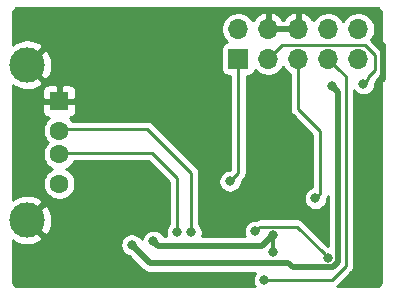
<source format=gbr>
G04 #@! TF.GenerationSoftware,KiCad,Pcbnew,5.1.9-73d0e3b20d~88~ubuntu20.04.1*
G04 #@! TF.CreationDate,2021-01-20T21:34:12+07:00*
G04 #@! TF.ProjectId,ch340G_uploader,63683334-3047-45f7-9570-6c6f61646572,rev?*
G04 #@! TF.SameCoordinates,Original*
G04 #@! TF.FileFunction,Copper,L2,Bot*
G04 #@! TF.FilePolarity,Positive*
%FSLAX46Y46*%
G04 Gerber Fmt 4.6, Leading zero omitted, Abs format (unit mm)*
G04 Created by KiCad (PCBNEW 5.1.9-73d0e3b20d~88~ubuntu20.04.1) date 2021-01-20 21:34:12*
%MOMM*%
%LPD*%
G01*
G04 APERTURE LIST*
G04 #@! TA.AperFunction,ComponentPad*
%ADD10C,1.600000*%
G04 #@! TD*
G04 #@! TA.AperFunction,ComponentPad*
%ADD11R,1.600000X1.600000*%
G04 #@! TD*
G04 #@! TA.AperFunction,ComponentPad*
%ADD12C,3.000000*%
G04 #@! TD*
G04 #@! TA.AperFunction,ComponentPad*
%ADD13O,1.700000X1.700000*%
G04 #@! TD*
G04 #@! TA.AperFunction,ComponentPad*
%ADD14R,1.700000X1.700000*%
G04 #@! TD*
G04 #@! TA.AperFunction,ViaPad*
%ADD15C,0.800000*%
G04 #@! TD*
G04 #@! TA.AperFunction,Conductor*
%ADD16C,0.508000*%
G04 #@! TD*
G04 #@! TA.AperFunction,Conductor*
%ADD17C,0.304800*%
G04 #@! TD*
G04 #@! TA.AperFunction,Conductor*
%ADD18C,0.250000*%
G04 #@! TD*
G04 #@! TA.AperFunction,Conductor*
%ADD19C,0.254000*%
G04 #@! TD*
G04 #@! TA.AperFunction,Conductor*
%ADD20C,0.100000*%
G04 #@! TD*
G04 APERTURE END LIST*
D10*
X121996200Y-76418200D03*
X121996200Y-73918200D03*
X121996200Y-71918200D03*
D11*
X121996200Y-69418200D03*
D12*
X119286200Y-66348200D03*
X119286200Y-79488200D03*
D13*
X147320000Y-63309500D03*
X147320000Y-65849500D03*
X144780000Y-63309500D03*
X144780000Y-65849500D03*
X142240000Y-63309500D03*
X142240000Y-65849500D03*
X139700000Y-63309500D03*
X139700000Y-65849500D03*
X137160000Y-63309500D03*
D14*
X137160000Y-65849500D03*
D15*
X139446000Y-77978000D03*
X139446000Y-78994000D03*
X142214600Y-77190600D03*
X148691600Y-76073000D03*
X148717000Y-74879200D03*
X147421600Y-74879200D03*
X147447000Y-76022200D03*
X133985000Y-68580000D03*
X135255000Y-68580000D03*
X128270000Y-66675000D03*
X129540000Y-66675000D03*
X129540000Y-67945000D03*
X133985000Y-67310000D03*
X135255000Y-67310000D03*
X135255000Y-66040000D03*
X133985000Y-66040000D03*
X141160500Y-77152500D03*
X129984500Y-81280000D03*
X140144500Y-82232500D03*
X140119923Y-80763388D03*
X138620500Y-80454500D03*
X144780000Y-82677000D03*
X143700500Y-77664800D03*
X128143000Y-81597500D03*
X145097500Y-68135500D03*
X133159500Y-80518000D03*
X132016500Y-80518000D03*
X139382500Y-84582000D03*
X136461500Y-76200000D03*
X147764500Y-67945000D03*
D16*
X149098000Y-67818000D02*
X149403190Y-67512810D01*
X149098000Y-68199000D02*
X149098000Y-67818000D01*
X149403190Y-67512810D02*
X149403190Y-64694190D01*
D17*
X140119923Y-80763388D02*
X140119923Y-82207923D01*
X140119923Y-82207923D02*
X140144500Y-82232500D01*
D16*
X139203312Y-81679999D02*
X139719924Y-81163387D01*
X130384499Y-81679999D02*
X139203312Y-81679999D01*
X139719924Y-81163387D02*
X140119923Y-80763388D01*
X129984500Y-81280000D02*
X130384499Y-81679999D01*
D18*
X144380001Y-82277001D02*
X144780000Y-82677000D01*
X138620500Y-80454500D02*
X139020499Y-80054501D01*
X139020499Y-80054501D02*
X142157501Y-80054501D01*
X142157501Y-80054501D02*
X144380001Y-82277001D01*
X144100499Y-77264801D02*
X144100499Y-71964499D01*
X143700500Y-77664800D02*
X144100499Y-77264801D01*
X142240000Y-70104000D02*
X142240000Y-65849500D01*
X144100499Y-71964499D02*
X142240000Y-70104000D01*
D16*
X128143000Y-81597500D02*
X129667000Y-83121500D01*
X129667000Y-83121500D02*
X141414500Y-83121500D01*
X141414500Y-83121500D02*
X141801801Y-83508801D01*
X145179265Y-83508801D02*
X145611801Y-83076265D01*
X141801801Y-83508801D02*
X145179265Y-83508801D01*
X145611801Y-83076265D02*
X145611801Y-68649801D01*
X145611801Y-68649801D02*
X145097500Y-68135500D01*
D18*
X133159500Y-75501500D02*
X133159500Y-80518000D01*
X129436500Y-71778500D02*
X133159500Y-75501500D01*
X121996200Y-71918200D02*
X122135900Y-71778500D01*
X122135900Y-71778500D02*
X129436500Y-71778500D01*
X132016500Y-75946000D02*
X132016500Y-80518000D01*
X129849000Y-73778500D02*
X132016500Y-75946000D01*
X121996200Y-73918200D02*
X122135900Y-73778500D01*
X122135900Y-73778500D02*
X129849000Y-73778500D01*
X145058148Y-84582000D02*
X146244802Y-83395346D01*
X146244802Y-67314302D02*
X145629999Y-66699499D01*
X145629999Y-66699499D02*
X144780000Y-65849500D01*
X146244802Y-83395346D02*
X146244802Y-67314302D01*
X139382500Y-84582000D02*
X145058148Y-84582000D01*
X137160000Y-65849500D02*
X137160000Y-75501500D01*
X137160000Y-75501500D02*
X136461500Y-76200000D01*
X148164499Y-67545001D02*
X148164499Y-67354501D01*
X147764500Y-67945000D02*
X148164499Y-67545001D01*
X148164499Y-67354501D02*
X148717000Y-66802000D01*
X140549999Y-64999501D02*
X139700000Y-65849500D01*
X140852801Y-64696699D02*
X140549999Y-64999501D01*
X147873345Y-64696699D02*
X140852801Y-64696699D01*
X148717000Y-65540354D02*
X147873345Y-64696699D01*
X148717000Y-66802000D02*
X148717000Y-65540354D01*
D19*
X149250800Y-84837661D02*
X148972662Y-85115800D01*
X145525628Y-85115800D01*
X145562054Y-85085906D01*
X145584260Y-85058848D01*
X146721659Y-83921450D01*
X146748707Y-83899252D01*
X146770906Y-83872203D01*
X146770914Y-83872195D01*
X146815782Y-83817522D01*
X146837333Y-83791263D01*
X146903187Y-83668058D01*
X146943740Y-83534373D01*
X146954002Y-83430181D01*
X146954002Y-83430175D01*
X146957432Y-83395347D01*
X146954002Y-83360519D01*
X146954002Y-68503517D01*
X147000022Y-68572391D01*
X147137109Y-68709478D01*
X147298307Y-68817187D01*
X147477419Y-68891378D01*
X147667565Y-68929200D01*
X147861435Y-68929200D01*
X148051581Y-68891378D01*
X148230693Y-68817187D01*
X148391891Y-68709478D01*
X148528978Y-68572391D01*
X148636687Y-68411193D01*
X148710878Y-68232081D01*
X148748700Y-68041935D01*
X148748700Y-67951068D01*
X148757030Y-67940918D01*
X148822884Y-67817713D01*
X148863437Y-67684028D01*
X148866223Y-67655737D01*
X149193852Y-67328108D01*
X149220905Y-67305906D01*
X149246068Y-67275246D01*
X149250801Y-67269479D01*
X149250800Y-84837661D01*
G04 #@! TA.AperFunction,Conductor*
D20*
G36*
X149250800Y-84837661D02*
G01*
X148972662Y-85115800D01*
X145525628Y-85115800D01*
X145562054Y-85085906D01*
X145584260Y-85058848D01*
X146721659Y-83921450D01*
X146748707Y-83899252D01*
X146770906Y-83872203D01*
X146770914Y-83872195D01*
X146815782Y-83817522D01*
X146837333Y-83791263D01*
X146903187Y-83668058D01*
X146943740Y-83534373D01*
X146954002Y-83430181D01*
X146954002Y-83430175D01*
X146957432Y-83395347D01*
X146954002Y-83360519D01*
X146954002Y-68503517D01*
X147000022Y-68572391D01*
X147137109Y-68709478D01*
X147298307Y-68817187D01*
X147477419Y-68891378D01*
X147667565Y-68929200D01*
X147861435Y-68929200D01*
X148051581Y-68891378D01*
X148230693Y-68817187D01*
X148391891Y-68709478D01*
X148528978Y-68572391D01*
X148636687Y-68411193D01*
X148710878Y-68232081D01*
X148748700Y-68041935D01*
X148748700Y-67951068D01*
X148757030Y-67940918D01*
X148822884Y-67817713D01*
X148863437Y-67684028D01*
X148866223Y-67655737D01*
X149193852Y-67328108D01*
X149220905Y-67305906D01*
X149246068Y-67275246D01*
X149250801Y-67269479D01*
X149250800Y-84837661D01*
G37*
G04 #@! TD.AperFunction*
D19*
X149250801Y-61847340D02*
X149250801Y-65072875D01*
X149220906Y-65036448D01*
X149193847Y-65014241D01*
X148418686Y-64239080D01*
X148434016Y-64223749D01*
X148590971Y-63988848D01*
X148699084Y-63727841D01*
X148754200Y-63450756D01*
X148754200Y-63168244D01*
X148699084Y-62891159D01*
X148590971Y-62630152D01*
X148434016Y-62395251D01*
X148234249Y-62195484D01*
X147999348Y-62038529D01*
X147738341Y-61930416D01*
X147461256Y-61875300D01*
X147178744Y-61875300D01*
X146901659Y-61930416D01*
X146640652Y-62038529D01*
X146405751Y-62195484D01*
X146205984Y-62395251D01*
X146050000Y-62628699D01*
X145894016Y-62395251D01*
X145694249Y-62195484D01*
X145459348Y-62038529D01*
X145198341Y-61930416D01*
X144921256Y-61875300D01*
X144638744Y-61875300D01*
X144361659Y-61930416D01*
X144100652Y-62038529D01*
X143865751Y-62195484D01*
X143665984Y-62395251D01*
X143533602Y-62593376D01*
X143435178Y-62428145D01*
X143240269Y-62211912D01*
X143006920Y-62037859D01*
X142744099Y-61912675D01*
X142596890Y-61868024D01*
X142367000Y-61989345D01*
X142367000Y-63182500D01*
X142387000Y-63182500D01*
X142387000Y-63436500D01*
X142367000Y-63436500D01*
X142367000Y-63456500D01*
X142113000Y-63456500D01*
X142113000Y-63436500D01*
X139827000Y-63436500D01*
X139827000Y-63456500D01*
X139573000Y-63456500D01*
X139573000Y-63436500D01*
X139553000Y-63436500D01*
X139553000Y-63182500D01*
X139573000Y-63182500D01*
X139573000Y-61989345D01*
X139827000Y-61989345D01*
X139827000Y-63182500D01*
X142113000Y-63182500D01*
X142113000Y-61989345D01*
X141883110Y-61868024D01*
X141735901Y-61912675D01*
X141473080Y-62037859D01*
X141239731Y-62211912D01*
X141044822Y-62428145D01*
X140970000Y-62553755D01*
X140895178Y-62428145D01*
X140700269Y-62211912D01*
X140466920Y-62037859D01*
X140204099Y-61912675D01*
X140056890Y-61868024D01*
X139827000Y-61989345D01*
X139573000Y-61989345D01*
X139343110Y-61868024D01*
X139195901Y-61912675D01*
X138933080Y-62037859D01*
X138699731Y-62211912D01*
X138504822Y-62428145D01*
X138406398Y-62593376D01*
X138274016Y-62395251D01*
X138074249Y-62195484D01*
X137839348Y-62038529D01*
X137578341Y-61930416D01*
X137301256Y-61875300D01*
X137018744Y-61875300D01*
X136741659Y-61930416D01*
X136480652Y-62038529D01*
X136245751Y-62195484D01*
X136045984Y-62395251D01*
X135889029Y-62630152D01*
X135780916Y-62891159D01*
X135725800Y-63168244D01*
X135725800Y-63450756D01*
X135780916Y-63727841D01*
X135889029Y-63988848D01*
X136045984Y-64223749D01*
X136241460Y-64419225D01*
X136195477Y-64423754D01*
X136085355Y-64457159D01*
X135983866Y-64511406D01*
X135894910Y-64584410D01*
X135821906Y-64673366D01*
X135767659Y-64774855D01*
X135734254Y-64884977D01*
X135722974Y-64999500D01*
X135722974Y-66699500D01*
X135734254Y-66814023D01*
X135767659Y-66924145D01*
X135821906Y-67025634D01*
X135894910Y-67114590D01*
X135983866Y-67187594D01*
X136085355Y-67241841D01*
X136195477Y-67275246D01*
X136310000Y-67286526D01*
X136450800Y-67286526D01*
X136450801Y-75207738D01*
X136442739Y-75215800D01*
X136364565Y-75215800D01*
X136174419Y-75253622D01*
X135995307Y-75327813D01*
X135834109Y-75435522D01*
X135697022Y-75572609D01*
X135589313Y-75733807D01*
X135515122Y-75912919D01*
X135477300Y-76103065D01*
X135477300Y-76296935D01*
X135515122Y-76487081D01*
X135589313Y-76666193D01*
X135697022Y-76827391D01*
X135834109Y-76964478D01*
X135995307Y-77072187D01*
X136174419Y-77146378D01*
X136364565Y-77184200D01*
X136558435Y-77184200D01*
X136748581Y-77146378D01*
X136927693Y-77072187D01*
X137088891Y-76964478D01*
X137225978Y-76827391D01*
X137333687Y-76666193D01*
X137407878Y-76487081D01*
X137445700Y-76296935D01*
X137445700Y-76218761D01*
X137636853Y-76027608D01*
X137663906Y-76005406D01*
X137686108Y-75978353D01*
X137686112Y-75978349D01*
X137728015Y-75927289D01*
X137752531Y-75897417D01*
X137818385Y-75774212D01*
X137858938Y-75640527D01*
X137869200Y-75536335D01*
X137869200Y-75536329D01*
X137872630Y-75501501D01*
X137869200Y-75466673D01*
X137869200Y-67286526D01*
X138010000Y-67286526D01*
X138124523Y-67275246D01*
X138234645Y-67241841D01*
X138336134Y-67187594D01*
X138425090Y-67114590D01*
X138498094Y-67025634D01*
X138552341Y-66924145D01*
X138585746Y-66814023D01*
X138590275Y-66768040D01*
X138785751Y-66963516D01*
X139020652Y-67120471D01*
X139281659Y-67228584D01*
X139558744Y-67283700D01*
X139841256Y-67283700D01*
X140118341Y-67228584D01*
X140379348Y-67120471D01*
X140614249Y-66963516D01*
X140814016Y-66763749D01*
X140970000Y-66530301D01*
X141125984Y-66763749D01*
X141325751Y-66963516D01*
X141530801Y-67100525D01*
X141530800Y-70069172D01*
X141527370Y-70104000D01*
X141530800Y-70138828D01*
X141530800Y-70138834D01*
X141541062Y-70243026D01*
X141581615Y-70376711D01*
X141647469Y-70499916D01*
X141686219Y-70547133D01*
X141713888Y-70580848D01*
X141713892Y-70580852D01*
X141736094Y-70607905D01*
X141763148Y-70630108D01*
X143391300Y-72258261D01*
X143391299Y-76727584D01*
X143234307Y-76792613D01*
X143073109Y-76900322D01*
X142936022Y-77037409D01*
X142828313Y-77198607D01*
X142754122Y-77377719D01*
X142716300Y-77567865D01*
X142716300Y-77761735D01*
X142754122Y-77951881D01*
X142828313Y-78130993D01*
X142936022Y-78292191D01*
X143073109Y-78429278D01*
X143234307Y-78536987D01*
X143413419Y-78611178D01*
X143603565Y-78649000D01*
X143797435Y-78649000D01*
X143987581Y-78611178D01*
X144166693Y-78536987D01*
X144327891Y-78429278D01*
X144464978Y-78292191D01*
X144572687Y-78130993D01*
X144646878Y-77951881D01*
X144684700Y-77761735D01*
X144684700Y-77670868D01*
X144693030Y-77660718D01*
X144758884Y-77537513D01*
X144773601Y-77488996D01*
X144773601Y-81667641D01*
X142683614Y-79577654D01*
X142661407Y-79550595D01*
X142553418Y-79461970D01*
X142430213Y-79396116D01*
X142296528Y-79355563D01*
X142192336Y-79345301D01*
X142192329Y-79345301D01*
X142157501Y-79341871D01*
X142122673Y-79345301D01*
X139055326Y-79345301D01*
X139020498Y-79341871D01*
X138985670Y-79345301D01*
X138985664Y-79345301D01*
X138895998Y-79354132D01*
X138881471Y-79355563D01*
X138840918Y-79367865D01*
X138747787Y-79396116D01*
X138624582Y-79461970D01*
X138614432Y-79470300D01*
X138523565Y-79470300D01*
X138333419Y-79508122D01*
X138154307Y-79582313D01*
X137993109Y-79690022D01*
X137856022Y-79827109D01*
X137748313Y-79988307D01*
X137674122Y-80167419D01*
X137636300Y-80357565D01*
X137636300Y-80551435D01*
X137674122Y-80741581D01*
X137715634Y-80841799D01*
X134090669Y-80841799D01*
X134105878Y-80805081D01*
X134143700Y-80614935D01*
X134143700Y-80421065D01*
X134105878Y-80230919D01*
X134031687Y-80051807D01*
X133923978Y-79890609D01*
X133868700Y-79835331D01*
X133868700Y-75536327D01*
X133872130Y-75501499D01*
X133868700Y-75466671D01*
X133868700Y-75466665D01*
X133858438Y-75362473D01*
X133817885Y-75228788D01*
X133752031Y-75105583D01*
X133725069Y-75072730D01*
X133685612Y-75024651D01*
X133685604Y-75024643D01*
X133663405Y-74997594D01*
X133636357Y-74975396D01*
X129962613Y-71301653D01*
X129940406Y-71274594D01*
X129832417Y-71185969D01*
X129709212Y-71120115D01*
X129575527Y-71079562D01*
X129471335Y-71069300D01*
X129471328Y-71069300D01*
X129436500Y-71065870D01*
X129401672Y-71069300D01*
X123093747Y-71069300D01*
X123071379Y-71035824D01*
X122883253Y-70847698D01*
X122920682Y-70844012D01*
X123040380Y-70807702D01*
X123150694Y-70748737D01*
X123247385Y-70669385D01*
X123326737Y-70572694D01*
X123385702Y-70462380D01*
X123422012Y-70342682D01*
X123434272Y-70218200D01*
X123431200Y-69703950D01*
X123272450Y-69545200D01*
X122123200Y-69545200D01*
X122123200Y-69565200D01*
X121869200Y-69565200D01*
X121869200Y-69545200D01*
X120719950Y-69545200D01*
X120561200Y-69703950D01*
X120558128Y-70218200D01*
X120570388Y-70342682D01*
X120606698Y-70462380D01*
X120665663Y-70572694D01*
X120745015Y-70669385D01*
X120841706Y-70748737D01*
X120952020Y-70807702D01*
X121071718Y-70844012D01*
X121109147Y-70847698D01*
X120921021Y-71035824D01*
X120769537Y-71262535D01*
X120665194Y-71514444D01*
X120612000Y-71781868D01*
X120612000Y-72054532D01*
X120665194Y-72321956D01*
X120769537Y-72573865D01*
X120921021Y-72800576D01*
X121038645Y-72918200D01*
X120921021Y-73035824D01*
X120769537Y-73262535D01*
X120665194Y-73514444D01*
X120612000Y-73781868D01*
X120612000Y-74054532D01*
X120665194Y-74321956D01*
X120769537Y-74573865D01*
X120921021Y-74800576D01*
X121113824Y-74993379D01*
X121340535Y-75144863D01*
X121396876Y-75168200D01*
X121340535Y-75191537D01*
X121113824Y-75343021D01*
X120921021Y-75535824D01*
X120769537Y-75762535D01*
X120665194Y-76014444D01*
X120612000Y-76281868D01*
X120612000Y-76554532D01*
X120665194Y-76821956D01*
X120769537Y-77073865D01*
X120921021Y-77300576D01*
X121113824Y-77493379D01*
X121340535Y-77644863D01*
X121592444Y-77749206D01*
X121859868Y-77802400D01*
X122132532Y-77802400D01*
X122399956Y-77749206D01*
X122651865Y-77644863D01*
X122878576Y-77493379D01*
X123071379Y-77300576D01*
X123222863Y-77073865D01*
X123327206Y-76821956D01*
X123380400Y-76554532D01*
X123380400Y-76281868D01*
X123327206Y-76014444D01*
X123222863Y-75762535D01*
X123071379Y-75535824D01*
X122878576Y-75343021D01*
X122651865Y-75191537D01*
X122595524Y-75168200D01*
X122651865Y-75144863D01*
X122878576Y-74993379D01*
X123071379Y-74800576D01*
X123222863Y-74573865D01*
X123258553Y-74487700D01*
X129555240Y-74487700D01*
X131307300Y-76239760D01*
X131307301Y-79835330D01*
X131252022Y-79890609D01*
X131144313Y-80051807D01*
X131070122Y-80230919D01*
X131032300Y-80421065D01*
X131032300Y-80614935D01*
X131070122Y-80805081D01*
X131085331Y-80841799D01*
X130868282Y-80841799D01*
X130856687Y-80813807D01*
X130748978Y-80652609D01*
X130611891Y-80515522D01*
X130450693Y-80407813D01*
X130271581Y-80333622D01*
X130081435Y-80295800D01*
X129887565Y-80295800D01*
X129697419Y-80333622D01*
X129518307Y-80407813D01*
X129357109Y-80515522D01*
X129220022Y-80652609D01*
X129112313Y-80813807D01*
X129038122Y-80992919D01*
X129011649Y-81126011D01*
X128907478Y-80970109D01*
X128770391Y-80833022D01*
X128609193Y-80725313D01*
X128430081Y-80651122D01*
X128239935Y-80613300D01*
X128046065Y-80613300D01*
X127855919Y-80651122D01*
X127676807Y-80725313D01*
X127515609Y-80833022D01*
X127378522Y-80970109D01*
X127270813Y-81131307D01*
X127196622Y-81310419D01*
X127158800Y-81500565D01*
X127158800Y-81694435D01*
X127196622Y-81884581D01*
X127270813Y-82063693D01*
X127378522Y-82224891D01*
X127515609Y-82361978D01*
X127676807Y-82469687D01*
X127855919Y-82543878D01*
X127915919Y-82555813D01*
X129045191Y-83685085D01*
X129071436Y-83717064D01*
X129103412Y-83743306D01*
X129103414Y-83743308D01*
X129193844Y-83817522D01*
X129199068Y-83821809D01*
X129344683Y-83899642D01*
X129502684Y-83947571D01*
X129625830Y-83959700D01*
X129625839Y-83959700D01*
X129666999Y-83963754D01*
X129708159Y-83959700D01*
X138614620Y-83959700D01*
X138510313Y-84115807D01*
X138436122Y-84294919D01*
X138398300Y-84485065D01*
X138398300Y-84678935D01*
X138436122Y-84869081D01*
X138510313Y-85048193D01*
X138555487Y-85115800D01*
X118362339Y-85115800D01*
X118084200Y-84837662D01*
X118084200Y-81202447D01*
X118130162Y-81295414D01*
X118504945Y-81486220D01*
X118909751Y-81600244D01*
X119329024Y-81633102D01*
X119746651Y-81583534D01*
X120146583Y-81453443D01*
X120442238Y-81295414D01*
X120598248Y-80979853D01*
X119286200Y-79667805D01*
X119272058Y-79681948D01*
X119092453Y-79502343D01*
X119106595Y-79488200D01*
X119465805Y-79488200D01*
X120777853Y-80800248D01*
X121093414Y-80644238D01*
X121284220Y-80269455D01*
X121398244Y-79864649D01*
X121431102Y-79445376D01*
X121381534Y-79027749D01*
X121251443Y-78627817D01*
X121093414Y-78332162D01*
X120777853Y-78176152D01*
X119465805Y-79488200D01*
X119106595Y-79488200D01*
X119092453Y-79474058D01*
X119272058Y-79294453D01*
X119286200Y-79308595D01*
X120598248Y-77996547D01*
X120442238Y-77680986D01*
X120067455Y-77490180D01*
X119662649Y-77376156D01*
X119243376Y-77343298D01*
X118825749Y-77392866D01*
X118425817Y-77522957D01*
X118130162Y-77680986D01*
X118084200Y-77773953D01*
X118084200Y-68618200D01*
X120558128Y-68618200D01*
X120561200Y-69132450D01*
X120719950Y-69291200D01*
X121869200Y-69291200D01*
X121869200Y-68141950D01*
X122123200Y-68141950D01*
X122123200Y-69291200D01*
X123272450Y-69291200D01*
X123431200Y-69132450D01*
X123434272Y-68618200D01*
X123422012Y-68493718D01*
X123385702Y-68374020D01*
X123326737Y-68263706D01*
X123247385Y-68167015D01*
X123150694Y-68087663D01*
X123040380Y-68028698D01*
X122920682Y-67992388D01*
X122796200Y-67980128D01*
X122281950Y-67983200D01*
X122123200Y-68141950D01*
X121869200Y-68141950D01*
X121710450Y-67983200D01*
X121196200Y-67980128D01*
X121071718Y-67992388D01*
X120952020Y-68028698D01*
X120841706Y-68087663D01*
X120745015Y-68167015D01*
X120665663Y-68263706D01*
X120606698Y-68374020D01*
X120570388Y-68493718D01*
X120558128Y-68618200D01*
X118084200Y-68618200D01*
X118084200Y-68062447D01*
X118130162Y-68155414D01*
X118504945Y-68346220D01*
X118909751Y-68460244D01*
X119329024Y-68493102D01*
X119746651Y-68443534D01*
X120146583Y-68313443D01*
X120442238Y-68155414D01*
X120598248Y-67839853D01*
X119286200Y-66527805D01*
X119272058Y-66541948D01*
X119092453Y-66362343D01*
X119106595Y-66348200D01*
X119465805Y-66348200D01*
X120777853Y-67660248D01*
X121093414Y-67504238D01*
X121284220Y-67129455D01*
X121398244Y-66724649D01*
X121431102Y-66305376D01*
X121381534Y-65887749D01*
X121251443Y-65487817D01*
X121093414Y-65192162D01*
X120777853Y-65036152D01*
X119465805Y-66348200D01*
X119106595Y-66348200D01*
X119092453Y-66334058D01*
X119272058Y-66154453D01*
X119286200Y-66168595D01*
X120598248Y-64856547D01*
X120442238Y-64540986D01*
X120067455Y-64350180D01*
X119662649Y-64236156D01*
X119243376Y-64203298D01*
X118825749Y-64252866D01*
X118425817Y-64382957D01*
X118130162Y-64540986D01*
X118084200Y-64633953D01*
X118084200Y-61847338D01*
X118362339Y-61569200D01*
X148972662Y-61569200D01*
X149250801Y-61847340D01*
G04 #@! TA.AperFunction,Conductor*
D20*
G36*
X149250801Y-61847340D02*
G01*
X149250801Y-65072875D01*
X149220906Y-65036448D01*
X149193847Y-65014241D01*
X148418686Y-64239080D01*
X148434016Y-64223749D01*
X148590971Y-63988848D01*
X148699084Y-63727841D01*
X148754200Y-63450756D01*
X148754200Y-63168244D01*
X148699084Y-62891159D01*
X148590971Y-62630152D01*
X148434016Y-62395251D01*
X148234249Y-62195484D01*
X147999348Y-62038529D01*
X147738341Y-61930416D01*
X147461256Y-61875300D01*
X147178744Y-61875300D01*
X146901659Y-61930416D01*
X146640652Y-62038529D01*
X146405751Y-62195484D01*
X146205984Y-62395251D01*
X146050000Y-62628699D01*
X145894016Y-62395251D01*
X145694249Y-62195484D01*
X145459348Y-62038529D01*
X145198341Y-61930416D01*
X144921256Y-61875300D01*
X144638744Y-61875300D01*
X144361659Y-61930416D01*
X144100652Y-62038529D01*
X143865751Y-62195484D01*
X143665984Y-62395251D01*
X143533602Y-62593376D01*
X143435178Y-62428145D01*
X143240269Y-62211912D01*
X143006920Y-62037859D01*
X142744099Y-61912675D01*
X142596890Y-61868024D01*
X142367000Y-61989345D01*
X142367000Y-63182500D01*
X142387000Y-63182500D01*
X142387000Y-63436500D01*
X142367000Y-63436500D01*
X142367000Y-63456500D01*
X142113000Y-63456500D01*
X142113000Y-63436500D01*
X139827000Y-63436500D01*
X139827000Y-63456500D01*
X139573000Y-63456500D01*
X139573000Y-63436500D01*
X139553000Y-63436500D01*
X139553000Y-63182500D01*
X139573000Y-63182500D01*
X139573000Y-61989345D01*
X139827000Y-61989345D01*
X139827000Y-63182500D01*
X142113000Y-63182500D01*
X142113000Y-61989345D01*
X141883110Y-61868024D01*
X141735901Y-61912675D01*
X141473080Y-62037859D01*
X141239731Y-62211912D01*
X141044822Y-62428145D01*
X140970000Y-62553755D01*
X140895178Y-62428145D01*
X140700269Y-62211912D01*
X140466920Y-62037859D01*
X140204099Y-61912675D01*
X140056890Y-61868024D01*
X139827000Y-61989345D01*
X139573000Y-61989345D01*
X139343110Y-61868024D01*
X139195901Y-61912675D01*
X138933080Y-62037859D01*
X138699731Y-62211912D01*
X138504822Y-62428145D01*
X138406398Y-62593376D01*
X138274016Y-62395251D01*
X138074249Y-62195484D01*
X137839348Y-62038529D01*
X137578341Y-61930416D01*
X137301256Y-61875300D01*
X137018744Y-61875300D01*
X136741659Y-61930416D01*
X136480652Y-62038529D01*
X136245751Y-62195484D01*
X136045984Y-62395251D01*
X135889029Y-62630152D01*
X135780916Y-62891159D01*
X135725800Y-63168244D01*
X135725800Y-63450756D01*
X135780916Y-63727841D01*
X135889029Y-63988848D01*
X136045984Y-64223749D01*
X136241460Y-64419225D01*
X136195477Y-64423754D01*
X136085355Y-64457159D01*
X135983866Y-64511406D01*
X135894910Y-64584410D01*
X135821906Y-64673366D01*
X135767659Y-64774855D01*
X135734254Y-64884977D01*
X135722974Y-64999500D01*
X135722974Y-66699500D01*
X135734254Y-66814023D01*
X135767659Y-66924145D01*
X135821906Y-67025634D01*
X135894910Y-67114590D01*
X135983866Y-67187594D01*
X136085355Y-67241841D01*
X136195477Y-67275246D01*
X136310000Y-67286526D01*
X136450800Y-67286526D01*
X136450801Y-75207738D01*
X136442739Y-75215800D01*
X136364565Y-75215800D01*
X136174419Y-75253622D01*
X135995307Y-75327813D01*
X135834109Y-75435522D01*
X135697022Y-75572609D01*
X135589313Y-75733807D01*
X135515122Y-75912919D01*
X135477300Y-76103065D01*
X135477300Y-76296935D01*
X135515122Y-76487081D01*
X135589313Y-76666193D01*
X135697022Y-76827391D01*
X135834109Y-76964478D01*
X135995307Y-77072187D01*
X136174419Y-77146378D01*
X136364565Y-77184200D01*
X136558435Y-77184200D01*
X136748581Y-77146378D01*
X136927693Y-77072187D01*
X137088891Y-76964478D01*
X137225978Y-76827391D01*
X137333687Y-76666193D01*
X137407878Y-76487081D01*
X137445700Y-76296935D01*
X137445700Y-76218761D01*
X137636853Y-76027608D01*
X137663906Y-76005406D01*
X137686108Y-75978353D01*
X137686112Y-75978349D01*
X137728015Y-75927289D01*
X137752531Y-75897417D01*
X137818385Y-75774212D01*
X137858938Y-75640527D01*
X137869200Y-75536335D01*
X137869200Y-75536329D01*
X137872630Y-75501501D01*
X137869200Y-75466673D01*
X137869200Y-67286526D01*
X138010000Y-67286526D01*
X138124523Y-67275246D01*
X138234645Y-67241841D01*
X138336134Y-67187594D01*
X138425090Y-67114590D01*
X138498094Y-67025634D01*
X138552341Y-66924145D01*
X138585746Y-66814023D01*
X138590275Y-66768040D01*
X138785751Y-66963516D01*
X139020652Y-67120471D01*
X139281659Y-67228584D01*
X139558744Y-67283700D01*
X139841256Y-67283700D01*
X140118341Y-67228584D01*
X140379348Y-67120471D01*
X140614249Y-66963516D01*
X140814016Y-66763749D01*
X140970000Y-66530301D01*
X141125984Y-66763749D01*
X141325751Y-66963516D01*
X141530801Y-67100525D01*
X141530800Y-70069172D01*
X141527370Y-70104000D01*
X141530800Y-70138828D01*
X141530800Y-70138834D01*
X141541062Y-70243026D01*
X141581615Y-70376711D01*
X141647469Y-70499916D01*
X141686219Y-70547133D01*
X141713888Y-70580848D01*
X141713892Y-70580852D01*
X141736094Y-70607905D01*
X141763148Y-70630108D01*
X143391300Y-72258261D01*
X143391299Y-76727584D01*
X143234307Y-76792613D01*
X143073109Y-76900322D01*
X142936022Y-77037409D01*
X142828313Y-77198607D01*
X142754122Y-77377719D01*
X142716300Y-77567865D01*
X142716300Y-77761735D01*
X142754122Y-77951881D01*
X142828313Y-78130993D01*
X142936022Y-78292191D01*
X143073109Y-78429278D01*
X143234307Y-78536987D01*
X143413419Y-78611178D01*
X143603565Y-78649000D01*
X143797435Y-78649000D01*
X143987581Y-78611178D01*
X144166693Y-78536987D01*
X144327891Y-78429278D01*
X144464978Y-78292191D01*
X144572687Y-78130993D01*
X144646878Y-77951881D01*
X144684700Y-77761735D01*
X144684700Y-77670868D01*
X144693030Y-77660718D01*
X144758884Y-77537513D01*
X144773601Y-77488996D01*
X144773601Y-81667641D01*
X142683614Y-79577654D01*
X142661407Y-79550595D01*
X142553418Y-79461970D01*
X142430213Y-79396116D01*
X142296528Y-79355563D01*
X142192336Y-79345301D01*
X142192329Y-79345301D01*
X142157501Y-79341871D01*
X142122673Y-79345301D01*
X139055326Y-79345301D01*
X139020498Y-79341871D01*
X138985670Y-79345301D01*
X138985664Y-79345301D01*
X138895998Y-79354132D01*
X138881471Y-79355563D01*
X138840918Y-79367865D01*
X138747787Y-79396116D01*
X138624582Y-79461970D01*
X138614432Y-79470300D01*
X138523565Y-79470300D01*
X138333419Y-79508122D01*
X138154307Y-79582313D01*
X137993109Y-79690022D01*
X137856022Y-79827109D01*
X137748313Y-79988307D01*
X137674122Y-80167419D01*
X137636300Y-80357565D01*
X137636300Y-80551435D01*
X137674122Y-80741581D01*
X137715634Y-80841799D01*
X134090669Y-80841799D01*
X134105878Y-80805081D01*
X134143700Y-80614935D01*
X134143700Y-80421065D01*
X134105878Y-80230919D01*
X134031687Y-80051807D01*
X133923978Y-79890609D01*
X133868700Y-79835331D01*
X133868700Y-75536327D01*
X133872130Y-75501499D01*
X133868700Y-75466671D01*
X133868700Y-75466665D01*
X133858438Y-75362473D01*
X133817885Y-75228788D01*
X133752031Y-75105583D01*
X133725069Y-75072730D01*
X133685612Y-75024651D01*
X133685604Y-75024643D01*
X133663405Y-74997594D01*
X133636357Y-74975396D01*
X129962613Y-71301653D01*
X129940406Y-71274594D01*
X129832417Y-71185969D01*
X129709212Y-71120115D01*
X129575527Y-71079562D01*
X129471335Y-71069300D01*
X129471328Y-71069300D01*
X129436500Y-71065870D01*
X129401672Y-71069300D01*
X123093747Y-71069300D01*
X123071379Y-71035824D01*
X122883253Y-70847698D01*
X122920682Y-70844012D01*
X123040380Y-70807702D01*
X123150694Y-70748737D01*
X123247385Y-70669385D01*
X123326737Y-70572694D01*
X123385702Y-70462380D01*
X123422012Y-70342682D01*
X123434272Y-70218200D01*
X123431200Y-69703950D01*
X123272450Y-69545200D01*
X122123200Y-69545200D01*
X122123200Y-69565200D01*
X121869200Y-69565200D01*
X121869200Y-69545200D01*
X120719950Y-69545200D01*
X120561200Y-69703950D01*
X120558128Y-70218200D01*
X120570388Y-70342682D01*
X120606698Y-70462380D01*
X120665663Y-70572694D01*
X120745015Y-70669385D01*
X120841706Y-70748737D01*
X120952020Y-70807702D01*
X121071718Y-70844012D01*
X121109147Y-70847698D01*
X120921021Y-71035824D01*
X120769537Y-71262535D01*
X120665194Y-71514444D01*
X120612000Y-71781868D01*
X120612000Y-72054532D01*
X120665194Y-72321956D01*
X120769537Y-72573865D01*
X120921021Y-72800576D01*
X121038645Y-72918200D01*
X120921021Y-73035824D01*
X120769537Y-73262535D01*
X120665194Y-73514444D01*
X120612000Y-73781868D01*
X120612000Y-74054532D01*
X120665194Y-74321956D01*
X120769537Y-74573865D01*
X120921021Y-74800576D01*
X121113824Y-74993379D01*
X121340535Y-75144863D01*
X121396876Y-75168200D01*
X121340535Y-75191537D01*
X121113824Y-75343021D01*
X120921021Y-75535824D01*
X120769537Y-75762535D01*
X120665194Y-76014444D01*
X120612000Y-76281868D01*
X120612000Y-76554532D01*
X120665194Y-76821956D01*
X120769537Y-77073865D01*
X120921021Y-77300576D01*
X121113824Y-77493379D01*
X121340535Y-77644863D01*
X121592444Y-77749206D01*
X121859868Y-77802400D01*
X122132532Y-77802400D01*
X122399956Y-77749206D01*
X122651865Y-77644863D01*
X122878576Y-77493379D01*
X123071379Y-77300576D01*
X123222863Y-77073865D01*
X123327206Y-76821956D01*
X123380400Y-76554532D01*
X123380400Y-76281868D01*
X123327206Y-76014444D01*
X123222863Y-75762535D01*
X123071379Y-75535824D01*
X122878576Y-75343021D01*
X122651865Y-75191537D01*
X122595524Y-75168200D01*
X122651865Y-75144863D01*
X122878576Y-74993379D01*
X123071379Y-74800576D01*
X123222863Y-74573865D01*
X123258553Y-74487700D01*
X129555240Y-74487700D01*
X131307300Y-76239760D01*
X131307301Y-79835330D01*
X131252022Y-79890609D01*
X131144313Y-80051807D01*
X131070122Y-80230919D01*
X131032300Y-80421065D01*
X131032300Y-80614935D01*
X131070122Y-80805081D01*
X131085331Y-80841799D01*
X130868282Y-80841799D01*
X130856687Y-80813807D01*
X130748978Y-80652609D01*
X130611891Y-80515522D01*
X130450693Y-80407813D01*
X130271581Y-80333622D01*
X130081435Y-80295800D01*
X129887565Y-80295800D01*
X129697419Y-80333622D01*
X129518307Y-80407813D01*
X129357109Y-80515522D01*
X129220022Y-80652609D01*
X129112313Y-80813807D01*
X129038122Y-80992919D01*
X129011649Y-81126011D01*
X128907478Y-80970109D01*
X128770391Y-80833022D01*
X128609193Y-80725313D01*
X128430081Y-80651122D01*
X128239935Y-80613300D01*
X128046065Y-80613300D01*
X127855919Y-80651122D01*
X127676807Y-80725313D01*
X127515609Y-80833022D01*
X127378522Y-80970109D01*
X127270813Y-81131307D01*
X127196622Y-81310419D01*
X127158800Y-81500565D01*
X127158800Y-81694435D01*
X127196622Y-81884581D01*
X127270813Y-82063693D01*
X127378522Y-82224891D01*
X127515609Y-82361978D01*
X127676807Y-82469687D01*
X127855919Y-82543878D01*
X127915919Y-82555813D01*
X129045191Y-83685085D01*
X129071436Y-83717064D01*
X129103412Y-83743306D01*
X129103414Y-83743308D01*
X129193844Y-83817522D01*
X129199068Y-83821809D01*
X129344683Y-83899642D01*
X129502684Y-83947571D01*
X129625830Y-83959700D01*
X129625839Y-83959700D01*
X129666999Y-83963754D01*
X129708159Y-83959700D01*
X138614620Y-83959700D01*
X138510313Y-84115807D01*
X138436122Y-84294919D01*
X138398300Y-84485065D01*
X138398300Y-84678935D01*
X138436122Y-84869081D01*
X138510313Y-85048193D01*
X138555487Y-85115800D01*
X118362339Y-85115800D01*
X118084200Y-84837662D01*
X118084200Y-81202447D01*
X118130162Y-81295414D01*
X118504945Y-81486220D01*
X118909751Y-81600244D01*
X119329024Y-81633102D01*
X119746651Y-81583534D01*
X120146583Y-81453443D01*
X120442238Y-81295414D01*
X120598248Y-80979853D01*
X119286200Y-79667805D01*
X119272058Y-79681948D01*
X119092453Y-79502343D01*
X119106595Y-79488200D01*
X119465805Y-79488200D01*
X120777853Y-80800248D01*
X121093414Y-80644238D01*
X121284220Y-80269455D01*
X121398244Y-79864649D01*
X121431102Y-79445376D01*
X121381534Y-79027749D01*
X121251443Y-78627817D01*
X121093414Y-78332162D01*
X120777853Y-78176152D01*
X119465805Y-79488200D01*
X119106595Y-79488200D01*
X119092453Y-79474058D01*
X119272058Y-79294453D01*
X119286200Y-79308595D01*
X120598248Y-77996547D01*
X120442238Y-77680986D01*
X120067455Y-77490180D01*
X119662649Y-77376156D01*
X119243376Y-77343298D01*
X118825749Y-77392866D01*
X118425817Y-77522957D01*
X118130162Y-77680986D01*
X118084200Y-77773953D01*
X118084200Y-68618200D01*
X120558128Y-68618200D01*
X120561200Y-69132450D01*
X120719950Y-69291200D01*
X121869200Y-69291200D01*
X121869200Y-68141950D01*
X122123200Y-68141950D01*
X122123200Y-69291200D01*
X123272450Y-69291200D01*
X123431200Y-69132450D01*
X123434272Y-68618200D01*
X123422012Y-68493718D01*
X123385702Y-68374020D01*
X123326737Y-68263706D01*
X123247385Y-68167015D01*
X123150694Y-68087663D01*
X123040380Y-68028698D01*
X122920682Y-67992388D01*
X122796200Y-67980128D01*
X122281950Y-67983200D01*
X122123200Y-68141950D01*
X121869200Y-68141950D01*
X121710450Y-67983200D01*
X121196200Y-67980128D01*
X121071718Y-67992388D01*
X120952020Y-68028698D01*
X120841706Y-68087663D01*
X120745015Y-68167015D01*
X120665663Y-68263706D01*
X120606698Y-68374020D01*
X120570388Y-68493718D01*
X120558128Y-68618200D01*
X118084200Y-68618200D01*
X118084200Y-68062447D01*
X118130162Y-68155414D01*
X118504945Y-68346220D01*
X118909751Y-68460244D01*
X119329024Y-68493102D01*
X119746651Y-68443534D01*
X120146583Y-68313443D01*
X120442238Y-68155414D01*
X120598248Y-67839853D01*
X119286200Y-66527805D01*
X119272058Y-66541948D01*
X119092453Y-66362343D01*
X119106595Y-66348200D01*
X119465805Y-66348200D01*
X120777853Y-67660248D01*
X121093414Y-67504238D01*
X121284220Y-67129455D01*
X121398244Y-66724649D01*
X121431102Y-66305376D01*
X121381534Y-65887749D01*
X121251443Y-65487817D01*
X121093414Y-65192162D01*
X120777853Y-65036152D01*
X119465805Y-66348200D01*
X119106595Y-66348200D01*
X119092453Y-66334058D01*
X119272058Y-66154453D01*
X119286200Y-66168595D01*
X120598248Y-64856547D01*
X120442238Y-64540986D01*
X120067455Y-64350180D01*
X119662649Y-64236156D01*
X119243376Y-64203298D01*
X118825749Y-64252866D01*
X118425817Y-64382957D01*
X118130162Y-64540986D01*
X118084200Y-64633953D01*
X118084200Y-61847338D01*
X118362339Y-61569200D01*
X148972662Y-61569200D01*
X149250801Y-61847340D01*
G37*
G04 #@! TD.AperFunction*
M02*

</source>
